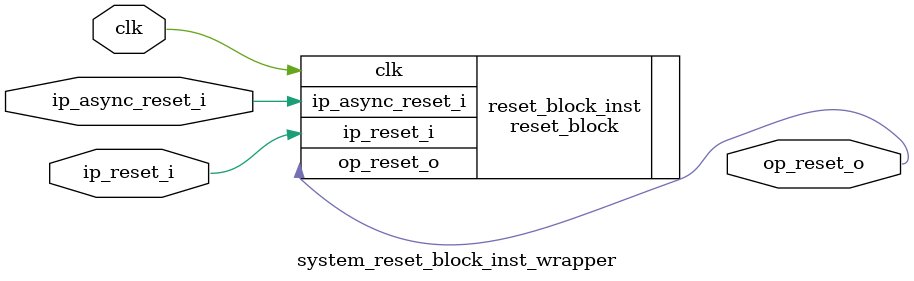
<source format=v>

module system_reset_block_inst_wrapper
  (
    clk,
    ip_async_reset_i,
    ip_reset_i,
    op_reset_o
  );
  input clk;
  input ip_async_reset_i;
  input ip_reset_i;
  output op_reset_o;

  reset_block
    #(
      .WIDTH ( 1000 )
    )
    reset_block_inst (
      .clk ( clk ),
      .ip_async_reset_i ( ip_async_reset_i ),
      .ip_reset_i ( ip_reset_i ),
      .op_reset_o ( op_reset_o )
    );

endmodule


</source>
